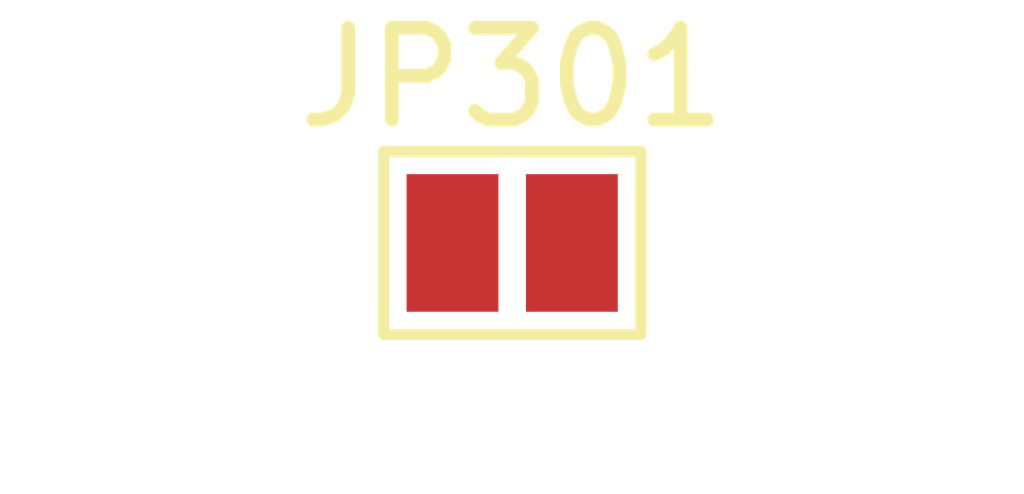
<source format=kicad_pcb>
(kicad_pcb (version 20171130) (host pcbnew "(5.1.7)-1")

  (general
    (thickness 1.6)
    (drawings 0)
    (tracks 0)
    (zones 0)
    (modules 1)
    (nets 3)
  )

  (page A4)
  (layers
    (0 F.Cu signal)
    (31 B.Cu signal)
    (32 B.Adhes user)
    (33 F.Adhes user)
    (34 B.Paste user)
    (35 F.Paste user)
    (36 B.SilkS user)
    (37 F.SilkS user)
    (38 B.Mask user)
    (39 F.Mask user)
    (40 Dwgs.User user)
    (41 Cmts.User user)
    (42 Eco1.User user)
    (43 Eco2.User user)
    (44 Edge.Cuts user)
    (45 Margin user)
    (46 B.CrtYd user)
    (47 F.CrtYd user)
    (48 B.Fab user)
    (49 F.Fab user)
  )

  (setup
    (last_trace_width 0.25)
    (trace_clearance 0.2)
    (zone_clearance 0.508)
    (zone_45_only no)
    (trace_min 0.2)
    (via_size 0.8)
    (via_drill 0.4)
    (via_min_size 0.4)
    (via_min_drill 0.3)
    (uvia_size 0.3)
    (uvia_drill 0.1)
    (uvias_allowed no)
    (uvia_min_size 0.2)
    (uvia_min_drill 0.1)
    (edge_width 0.05)
    (segment_width 0.2)
    (pcb_text_width 0.3)
    (pcb_text_size 1.5 1.5)
    (mod_edge_width 0.12)
    (mod_text_size 1 1)
    (mod_text_width 0.15)
    (pad_size 1.524 1.524)
    (pad_drill 0.762)
    (pad_to_mask_clearance 0)
    (aux_axis_origin 0 0)
    (visible_elements FFFFFF7F)
    (pcbplotparams
      (layerselection 0x010fc_ffffffff)
      (usegerberextensions false)
      (usegerberattributes true)
      (usegerberadvancedattributes true)
      (creategerberjobfile true)
      (excludeedgelayer true)
      (linewidth 0.100000)
      (plotframeref false)
      (viasonmask false)
      (mode 1)
      (useauxorigin false)
      (hpglpennumber 1)
      (hpglpenspeed 20)
      (hpglpendiameter 15.000000)
      (psnegative false)
      (psa4output false)
      (plotreference true)
      (plotvalue true)
      (plotinvisibletext false)
      (padsonsilk false)
      (subtractmaskfromsilk false)
      (outputformat 1)
      (mirror false)
      (drillshape 1)
      (scaleselection 1)
      (outputdirectory ""))
  )

  (net 0 "")
  (net 1 "Net-(JP301-Pad2)")
  (net 2 "Net-(JP301-Pad1)")

  (net_class Default "This is the default net class."
    (clearance 0.2)
    (trace_width 0.25)
    (via_dia 0.8)
    (via_drill 0.4)
    (uvia_dia 0.3)
    (uvia_drill 0.1)
    (add_net "Net-(JP301-Pad1)")
    (add_net "Net-(JP301-Pad2)")
  )

  (module Jumper:SolderJumper-2_P1.3mm_Open_Pad1.0x1.5mm (layer F.Cu) (tedit 5A3EABFC) (tstamp 5F7FE126)
    (at 129.921 66.675)
    (descr "SMD Solder Jumper, 1x1.5mm Pads, 0.3mm gap, open")
    (tags "solder jumper open")
    (path /5F780D75/5F7FAFD3)
    (attr virtual)
    (fp_text reference JP301 (at 0 -1.8) (layer F.SilkS)
      (effects (font (size 1 1) (thickness 0.15)))
    )
    (fp_text value "Solder Jumper" (at 0 1.9) (layer F.Fab)
      (effects (font (size 1 1) (thickness 0.15)))
    )
    (fp_line (start 1.65 1.25) (end -1.65 1.25) (layer F.CrtYd) (width 0.05))
    (fp_line (start 1.65 1.25) (end 1.65 -1.25) (layer F.CrtYd) (width 0.05))
    (fp_line (start -1.65 -1.25) (end -1.65 1.25) (layer F.CrtYd) (width 0.05))
    (fp_line (start -1.65 -1.25) (end 1.65 -1.25) (layer F.CrtYd) (width 0.05))
    (fp_line (start -1.4 -1) (end 1.4 -1) (layer F.SilkS) (width 0.12))
    (fp_line (start 1.4 -1) (end 1.4 1) (layer F.SilkS) (width 0.12))
    (fp_line (start 1.4 1) (end -1.4 1) (layer F.SilkS) (width 0.12))
    (fp_line (start -1.4 1) (end -1.4 -1) (layer F.SilkS) (width 0.12))
    (pad 2 smd rect (at 0.65 0) (size 1 1.5) (layers F.Cu F.Mask)
      (net 1 "Net-(JP301-Pad2)"))
    (pad 1 smd rect (at -0.65 0) (size 1 1.5) (layers F.Cu F.Mask)
      (net 2 "Net-(JP301-Pad1)"))
  )

)

</source>
